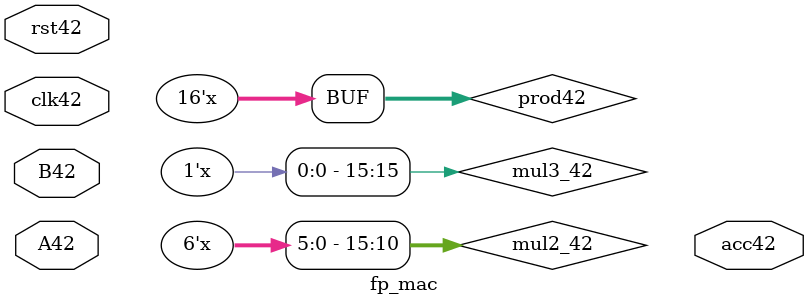
<source format=v>
`timescale 1ns / 1ps


module fp_mac(
    input clk42,rst42, //clock and reset
    input [15:0] A42,B42, //A and B inputs
    output [15:0] acc42 //FP accumulated output
    );
    wire sign42; //stores sign
    reg [15:0] prod42; //stores FP product
    reg [4:0] expoA42;  //Exponent of A
    reg [4:0] expoB42;  //Exponent of B
    reg [4:0] expo42;   //Final Exponent
    reg [10:0] sigA42;  //Significant of A
    reg [10:0] sigB42;  //Significant of B
    reg [20:0] sig42;   // Final Significant
    //Shift registers for multiplication
    reg [15:0] mul42;
    reg [15:0] mul2_42;
    reg [15:0] mul3_42;
    

    reg [10:0] shiftacc42;
    reg [10:0] shiftprod42;

    reg [2:0] pstate42, nstate42; //present state and next state
    
    //Flags
    reg sigDone42;
    reg expoDone42;
    reg manDone42;
    reg sigprodDone42;
    reg signaccDone42;
    reg signreslDone42;
    reg accsignDone42;
    
    parameter s0=4'b0000, s1=4'b0001, s2=4'b0010, s3=4'b0011;
    parameter s4=4'b0100, s5=4'b0101;
 
     
     always @(posedge clk42 or posedge rst42) begin
        if (rst42) pstate42 = s0;
        else pstate42 = nstate42;
      end
      
      always @(pstate42 or sigDone42 or expoDone42 or manDone42 or accsignDone42) begin  //state transition
        case (pstate42)
        s0:  if(rst42) nstate42 = s1;
        s1:  if(sigDone42) nstate42 <= s2;
        s2:  if (expoDone42 == 1'b1) nstate42 = s3;
        s3:  if (manDone42) nstate42 = s4; 
        s4:  if (accsignDone42) nstate42 = s5;
        s5:  nstate42 = s0;
        endcase
        end    

      always @(pstate42) begin  //Output based on state transition
        case (pstate42)
            s0:  begin  //reset
                  sigDone42 = 1'b0; 
                  expoDone42 = 1'b0; 
                  manDone42 = 1'b0;
                  sigprodDone42 = 1'b0;
                  accsignDone42 = 1'b0;
                  
            end
            s1:  begin  //Sign
                    mul42[15] = A42[15] ^ B42[15]; 
                    sigDone42 = 1'b1;
            end
            s2:  begin  //Exponent
                    expoA42 = 15 - A42[14:10]; //exponent of A42
                    expoB42 = 15 - B42[14:10]; // exponent of B42
                    mul42[14:10] = 15 - (expoA42 + expoB42); //Mantissa added to the product
                    mul2_42[15] = mul42[15];
                    expoDone42 = 1'b1;
            end
            s3:  begin  //Significant
                    sigA42 = {1'b1, A42[9:0]}; //Manitissa of A42
                    sigB42 = {1'b1, B42[9:0]}; // Mantissa of B42
                    sig42 = sigA42 * sigB42;
                    mul42 [9:0] = sig42[20:10]; //significant added to the product
                    mul3_42 [15] = mul2_42[15];
                    mul2_42[14:10] = mul42[14:10];
                    manDone42 = 1'b1;
            end
            s4:  begin //Sign of FP addition
                    prod42[15] = mul3_42[15];
                    prod42[14:10] = mul2_42[14:10];
                    prod42[9:0] = mul42[9:0];
                    accsignDone42 = 1'b1;            
            end
            s5:  begin //Significant and exponent of FP addition
                    if (prod42[14:10] > acc42[14:10]) begin
                        shiftacc42 = {1'b1, acc42[9:0]};
                        if ((prod42[14:10] - acc42[14:10]) == 2) shiftacc42 = {1'b0, acc42[9:0]};
                        else if ((prod42[14:10] - acc42[14:10]) == 3) shiftacc42 = {2'b00, acc42[9:0]};
                        else if ((prod42[14:10] - acc42[14:10]) == 4) shiftacc42 = {3'b000, acc42[9:0]};
                        else if ((prod42[14:10] - acc42[14:10]) == 5) shiftacc42 = {4'b0000, acc42[9:0]};
                        else if ((prod42[14:10] - acc42[14:10]) == 6) shiftacc42 = {5'b00000, acc42[9:0]};
                        else if ((prod42[14:10] - acc42[14:10]) == 7) shiftacc42 = {6'b000000, acc42[9:0]};
                        else if ((prod42[14:10] - acc42[14:10]) == 8) shiftacc42 = {7'b0000000, acc42[9:0]};
                        else if ((prod42[14:10] - acc42[14:10]) == 9) shiftacc42 = {8'b00000000, acc42[9:0]};
                        else if ((prod42[14:10] - acc42[14:10]) == 10) shiftacc42 = {9'b000000000, acc42[9:0]};                                  
                    end
                    else if (prod42[14:10] < acc42[14:10]) begin
                        shiftprod42 = {1'b1, prod42[9:0]};
                        if ((acc42[14:10] - prod42[14:10]) == 2) shiftprod42 = {1'b0, prod42[9:0]};
                        else if ((acc42[14:10] - prod42[14:10]) == 3) shiftprod42 = {2'b00, prod42[9:0]};
                        else if ((acc42[14:10] - prod42[14:10]) == 4) shiftprod42 = {3'b000, prod42[9:0]};
                        else if ((acc42[14:10] - prod42[14:10]) == 5) shiftprod42 = {4'b0000, prod42[9:0]};
                        else if ((acc42[14:10] - prod42[14:10]) == 6) shiftprod42 = {5'b00000, prod42[9:0]};
                        else if ((acc42[14:10] - prod42[14:10]) == 7) shiftprod42 = {6'b000000, prod42[9:0]};
                        else if ((acc42[14:10] - prod42[14:10]) == 8) shiftprod42 = {7'b0000000, prod42[9:0]};
                        else if ((acc42[14:10] - prod42[14:10]) == 9) shiftprod42 = {8'b00000000, prod42[9:0]};
                        else if ((acc42[14:10] - prod42[14:10]) == 10) shiftprod42 = {9'b00000000, prod42[9:0]};                                               
                    end
              end             
     endcase 
  end 
endmodule

</source>
